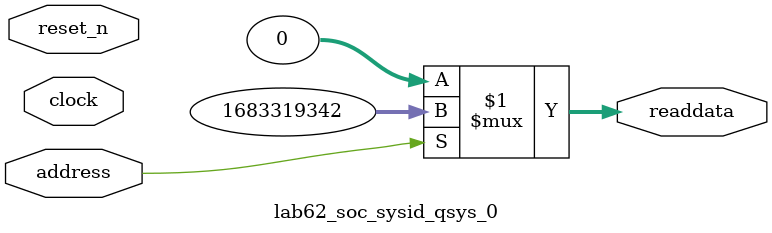
<source format=v>



// synthesis translate_off
`timescale 1ns / 1ps
// synthesis translate_on

// turn off superfluous verilog processor warnings 
// altera message_level Level1 
// altera message_off 10034 10035 10036 10037 10230 10240 10030 

module lab62_soc_sysid_qsys_0 (
               // inputs:
                address,
                clock,
                reset_n,

               // outputs:
                readdata
             )
;

  output  [ 31: 0] readdata;
  input            address;
  input            clock;
  input            reset_n;

  wire    [ 31: 0] readdata;
  //control_slave, which is an e_avalon_slave
  assign readdata = address ? 1683319342 : 0;

endmodule



</source>
